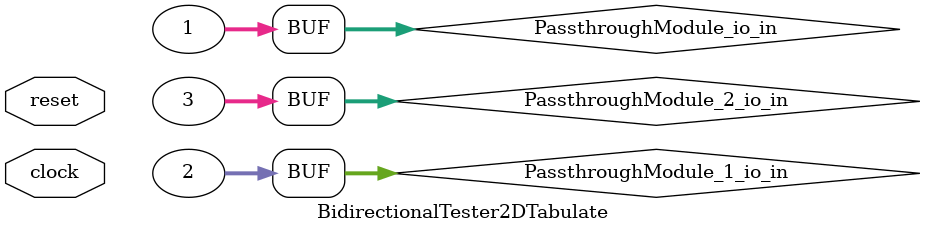
<source format=v>
module PassthroughModule(
  input  [31:0] io_in,
  output [31:0] io_out
);
  assign io_out = io_in; // @[Util.scala 19:10]
endmodule
module BidirectionalTester2DTabulate(
  input   clock,
  input   reset
);
  wire [31:0] PassthroughModule_io_in; // @[Vec.scala 209:30]
  wire [31:0] PassthroughModule_io_out; // @[Vec.scala 209:30]
  wire [31:0] PassthroughModule_1_io_in; // @[Vec.scala 209:30]
  wire [31:0] PassthroughModule_1_io_out; // @[Vec.scala 209:30]
  wire [31:0] PassthroughModule_2_io_in; // @[Vec.scala 209:30]
  wire [31:0] PassthroughModule_2_io_out; // @[Vec.scala 209:30]
  wire  _T_2 = ~reset; // @[Vec.scala 211:13]
  PassthroughModule PassthroughModule ( // @[Vec.scala 209:30]
    .io_in(PassthroughModule_io_in),
    .io_out(PassthroughModule_io_out)
  );
  PassthroughModule PassthroughModule_1 ( // @[Vec.scala 209:30]
    .io_in(PassthroughModule_1_io_in),
    .io_out(PassthroughModule_1_io_out)
  );
  PassthroughModule PassthroughModule_2 ( // @[Vec.scala 209:30]
    .io_in(PassthroughModule_2_io_in),
    .io_out(PassthroughModule_2_io_out)
  );
  assign PassthroughModule_io_in = 32'h1; // @[Vec.scala 202:{40,40}]
  assign PassthroughModule_1_io_in = 32'h2; // @[Vec.scala 202:{40,40}]
  assign PassthroughModule_2_io_in = 32'h3; // @[Vec.scala 202:{40,40}]
  always @(posedge clock) begin
    `ifndef SYNTHESIS
    `ifdef STOP_COND
      if (`STOP_COND) begin
    `endif
        if (~reset & ~(PassthroughModule_io_out == 32'h1)) begin
          $fatal; // @[Vec.scala 211:13]
        end
    `ifdef STOP_COND
      end
    `endif
    `endif // SYNTHESIS
    `ifndef SYNTHESIS
    `ifdef PRINTF_COND
      if (`PRINTF_COND) begin
    `endif
        if (~reset & ~(PassthroughModule_io_out == 32'h1)) begin
          $fwrite(32'h80000002,"Assertion failed\n    at Vec.scala:211 assert(receiveMod.out === value.U)\n"); // @[Vec.scala 211:13]
        end
    `ifdef PRINTF_COND
      end
    `endif
    `endif // SYNTHESIS
    `ifndef SYNTHESIS
    `ifdef STOP_COND
      if (`STOP_COND) begin
    `endif
        if (~reset & ~(PassthroughModule_1_io_out == 32'h2)) begin
          $fatal; // @[Vec.scala 211:13]
        end
    `ifdef STOP_COND
      end
    `endif
    `endif // SYNTHESIS
    `ifndef SYNTHESIS
    `ifdef PRINTF_COND
      if (`PRINTF_COND) begin
    `endif
        if (~reset & ~(PassthroughModule_1_io_out == 32'h2)) begin
          $fwrite(32'h80000002,"Assertion failed\n    at Vec.scala:211 assert(receiveMod.out === value.U)\n"); // @[Vec.scala 211:13]
        end
    `ifdef PRINTF_COND
      end
    `endif
    `endif // SYNTHESIS
    `ifndef SYNTHESIS
    `ifdef STOP_COND
      if (`STOP_COND) begin
    `endif
        if (~reset & ~(PassthroughModule_2_io_out == 32'h3)) begin
          $fatal; // @[Vec.scala 211:13]
        end
    `ifdef STOP_COND
      end
    `endif
    `endif // SYNTHESIS
    `ifndef SYNTHESIS
    `ifdef PRINTF_COND
      if (`PRINTF_COND) begin
    `endif
        if (~reset & ~(PassthroughModule_2_io_out == 32'h3)) begin
          $fwrite(32'h80000002,"Assertion failed\n    at Vec.scala:211 assert(receiveMod.out === value.U)\n"); // @[Vec.scala 211:13]
        end
    `ifdef PRINTF_COND
      end
    `endif
    `endif // SYNTHESIS
    `ifndef SYNTHESIS
    `ifdef STOP_COND
      if (`STOP_COND) begin
    `endif
        if (_T_2) begin
          $finish; // @[Vec.scala 213:9]
        end
    `ifdef STOP_COND
      end
    `endif
    `endif // SYNTHESIS
  end
endmodule

</source>
